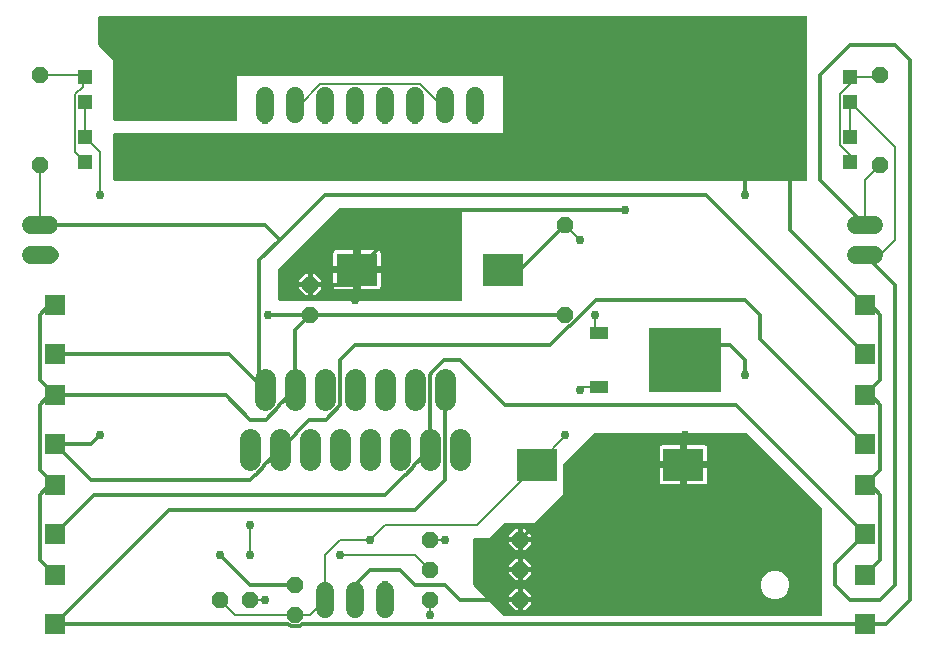
<source format=gbr>
G04 EAGLE Gerber RS-274X export*
G75*
%MOMM*%
%FSLAX34Y34*%
%LPD*%
%INTop Copper*%
%IPPOS*%
%AMOC8*
5,1,8,0,0,1.08239X$1,22.5*%
G01*
%ADD10P,1.429621X8X112.500000*%
%ADD11C,1.524000*%
%ADD12R,1.700000X1.800000*%
%ADD13C,1.800000*%
%ADD14R,6.200000X5.400000*%
%ADD15R,1.600000X1.000000*%
%ADD16R,1.200000X1.200000*%
%ADD17R,3.500000X2.800000*%
%ADD18P,1.429621X8X22.500000*%
%ADD19P,1.429621X8X202.500000*%
%ADD20C,0.152400*%
%ADD21C,0.304800*%
%ADD22C,0.756400*%

G36*
X673126Y417580D02*
X673126Y417580D01*
X673152Y417578D01*
X673299Y417600D01*
X673446Y417617D01*
X673471Y417625D01*
X673497Y417629D01*
X673635Y417684D01*
X673774Y417734D01*
X673796Y417748D01*
X673821Y417758D01*
X673942Y417843D01*
X674067Y417923D01*
X674085Y417942D01*
X674107Y417957D01*
X674206Y418067D01*
X674309Y418174D01*
X674323Y418196D01*
X674340Y418216D01*
X674412Y418346D01*
X674488Y418473D01*
X674496Y418498D01*
X674509Y418521D01*
X674549Y418664D01*
X674594Y418805D01*
X674596Y418831D01*
X674604Y418856D01*
X674623Y419100D01*
X674623Y556516D01*
X674620Y556542D01*
X674622Y556568D01*
X674600Y556715D01*
X674583Y556862D01*
X674575Y556887D01*
X674571Y556913D01*
X674516Y557051D01*
X674466Y557190D01*
X674452Y557212D01*
X674442Y557237D01*
X674357Y557358D01*
X674277Y557483D01*
X674258Y557501D01*
X674243Y557523D01*
X674133Y557622D01*
X674026Y557725D01*
X674004Y557739D01*
X673984Y557756D01*
X673854Y557828D01*
X673727Y557904D01*
X673702Y557912D01*
X673679Y557925D01*
X673536Y557965D01*
X673395Y558010D01*
X673369Y558012D01*
X673344Y558020D01*
X673100Y558039D01*
X76200Y558039D01*
X76174Y558036D01*
X76148Y558038D01*
X76001Y558016D01*
X75854Y557999D01*
X75829Y557991D01*
X75803Y557987D01*
X75665Y557932D01*
X75526Y557882D01*
X75504Y557868D01*
X75479Y557858D01*
X75358Y557773D01*
X75233Y557693D01*
X75215Y557674D01*
X75193Y557659D01*
X75094Y557549D01*
X74991Y557442D01*
X74977Y557420D01*
X74960Y557400D01*
X74888Y557270D01*
X74812Y557143D01*
X74804Y557118D01*
X74791Y557095D01*
X74751Y556952D01*
X74706Y556811D01*
X74704Y556785D01*
X74696Y556760D01*
X74677Y556516D01*
X74677Y533400D01*
X74691Y533274D01*
X74698Y533148D01*
X74711Y533102D01*
X74717Y533054D01*
X74759Y532935D01*
X74794Y532813D01*
X74818Y532771D01*
X74834Y532726D01*
X74903Y532619D01*
X74964Y532509D01*
X75004Y532463D01*
X75023Y532433D01*
X75058Y532399D01*
X75123Y532323D01*
X87377Y520069D01*
X87377Y469900D01*
X87380Y469874D01*
X87378Y469848D01*
X87400Y469701D01*
X87417Y469554D01*
X87425Y469529D01*
X87429Y469503D01*
X87484Y469365D01*
X87534Y469226D01*
X87548Y469204D01*
X87558Y469179D01*
X87643Y469058D01*
X87723Y468933D01*
X87742Y468915D01*
X87757Y468893D01*
X87867Y468794D01*
X87974Y468691D01*
X87996Y468677D01*
X88016Y468660D01*
X88146Y468588D01*
X88273Y468512D01*
X88298Y468504D01*
X88321Y468491D01*
X88464Y468451D01*
X88605Y468406D01*
X88631Y468404D01*
X88656Y468396D01*
X88900Y468377D01*
X190500Y468377D01*
X190526Y468380D01*
X190552Y468378D01*
X190699Y468400D01*
X190846Y468417D01*
X190871Y468425D01*
X190897Y468429D01*
X191035Y468484D01*
X191174Y468534D01*
X191196Y468548D01*
X191221Y468558D01*
X191342Y468643D01*
X191467Y468723D01*
X191485Y468742D01*
X191507Y468757D01*
X191606Y468867D01*
X191709Y468974D01*
X191723Y468996D01*
X191740Y469016D01*
X191812Y469146D01*
X191888Y469273D01*
X191896Y469298D01*
X191909Y469321D01*
X191949Y469464D01*
X191994Y469605D01*
X191996Y469631D01*
X192004Y469656D01*
X192023Y469900D01*
X192023Y506477D01*
X417577Y506477D01*
X417577Y458723D01*
X88900Y458723D01*
X88874Y458720D01*
X88848Y458722D01*
X88701Y458700D01*
X88554Y458683D01*
X88529Y458675D01*
X88503Y458671D01*
X88365Y458616D01*
X88226Y458566D01*
X88204Y458552D01*
X88179Y458542D01*
X88058Y458457D01*
X87933Y458377D01*
X87915Y458358D01*
X87893Y458343D01*
X87794Y458233D01*
X87691Y458126D01*
X87677Y458104D01*
X87660Y458084D01*
X87588Y457954D01*
X87512Y457827D01*
X87504Y457802D01*
X87491Y457779D01*
X87451Y457636D01*
X87406Y457495D01*
X87404Y457469D01*
X87396Y457444D01*
X87377Y457200D01*
X87377Y419100D01*
X87380Y419074D01*
X87378Y419048D01*
X87400Y418901D01*
X87417Y418754D01*
X87425Y418729D01*
X87429Y418703D01*
X87484Y418565D01*
X87534Y418426D01*
X87548Y418404D01*
X87558Y418379D01*
X87643Y418258D01*
X87723Y418133D01*
X87742Y418115D01*
X87757Y418093D01*
X87867Y417994D01*
X87974Y417891D01*
X87996Y417877D01*
X88016Y417860D01*
X88146Y417788D01*
X88273Y417712D01*
X88298Y417704D01*
X88321Y417691D01*
X88464Y417651D01*
X88605Y417606D01*
X88631Y417604D01*
X88656Y417596D01*
X88900Y417577D01*
X673100Y417577D01*
X673126Y417580D01*
G37*
G36*
X685826Y49280D02*
X685826Y49280D01*
X685852Y49278D01*
X685999Y49300D01*
X686146Y49317D01*
X686171Y49325D01*
X686197Y49329D01*
X686335Y49384D01*
X686474Y49434D01*
X686496Y49448D01*
X686521Y49458D01*
X686642Y49543D01*
X686767Y49623D01*
X686785Y49642D01*
X686807Y49657D01*
X686906Y49767D01*
X687009Y49874D01*
X687023Y49896D01*
X687040Y49916D01*
X687112Y50046D01*
X687188Y50173D01*
X687196Y50198D01*
X687209Y50221D01*
X687249Y50364D01*
X687294Y50505D01*
X687296Y50531D01*
X687304Y50556D01*
X687323Y50800D01*
X687323Y139700D01*
X687309Y139826D01*
X687302Y139952D01*
X687289Y139998D01*
X687283Y140046D01*
X687241Y140165D01*
X687206Y140287D01*
X687182Y140329D01*
X687166Y140374D01*
X687097Y140481D01*
X687036Y140591D01*
X686996Y140637D01*
X686977Y140667D01*
X686942Y140701D01*
X686877Y140777D01*
X623377Y204277D01*
X623278Y204356D01*
X623184Y204440D01*
X623142Y204464D01*
X623104Y204494D01*
X622990Y204548D01*
X622879Y204609D01*
X622833Y204622D01*
X622789Y204643D01*
X622666Y204669D01*
X622544Y204704D01*
X622483Y204709D01*
X622448Y204716D01*
X622400Y204715D01*
X622300Y204723D01*
X495300Y204723D01*
X495174Y204709D01*
X495048Y204702D01*
X495002Y204689D01*
X494954Y204683D01*
X494835Y204641D01*
X494713Y204606D01*
X494671Y204582D01*
X494626Y204566D01*
X494519Y204497D01*
X494409Y204436D01*
X494363Y204396D01*
X494333Y204377D01*
X494299Y204342D01*
X494223Y204277D01*
X468823Y178877D01*
X468744Y178778D01*
X468660Y178684D01*
X468636Y178642D01*
X468606Y178604D01*
X468552Y178490D01*
X468491Y178379D01*
X468478Y178333D01*
X468457Y178289D01*
X468431Y178166D01*
X468396Y178044D01*
X468392Y177983D01*
X468384Y177948D01*
X468385Y177900D01*
X468377Y177800D01*
X468377Y153031D01*
X443869Y128523D01*
X419100Y128523D01*
X418974Y128509D01*
X418848Y128502D01*
X418802Y128489D01*
X418754Y128483D01*
X418635Y128441D01*
X418513Y128406D01*
X418471Y128382D01*
X418426Y128366D01*
X418319Y128297D01*
X418209Y128236D01*
X418163Y128196D01*
X418133Y128177D01*
X418099Y128142D01*
X418098Y128141D01*
X418095Y128139D01*
X418092Y128136D01*
X418023Y128077D01*
X405769Y115823D01*
X393700Y115823D01*
X393674Y115820D01*
X393648Y115822D01*
X393501Y115800D01*
X393354Y115783D01*
X393329Y115775D01*
X393303Y115771D01*
X393165Y115716D01*
X393026Y115666D01*
X393004Y115652D01*
X392979Y115642D01*
X392858Y115557D01*
X392733Y115477D01*
X392715Y115458D01*
X392693Y115443D01*
X392594Y115333D01*
X392491Y115226D01*
X392477Y115204D01*
X392460Y115184D01*
X392388Y115054D01*
X392312Y114927D01*
X392304Y114902D01*
X392291Y114879D01*
X392251Y114736D01*
X392206Y114595D01*
X392204Y114569D01*
X392196Y114544D01*
X392177Y114300D01*
X392177Y76200D01*
X392191Y76074D01*
X392198Y75948D01*
X392211Y75902D01*
X392217Y75854D01*
X392259Y75735D01*
X392294Y75613D01*
X392318Y75571D01*
X392334Y75526D01*
X392403Y75419D01*
X392464Y75309D01*
X392504Y75263D01*
X392523Y75233D01*
X392558Y75199D01*
X392623Y75123D01*
X418023Y49723D01*
X418122Y49644D01*
X418216Y49560D01*
X418258Y49536D01*
X418296Y49506D01*
X418410Y49452D01*
X418521Y49391D01*
X418567Y49378D01*
X418611Y49357D01*
X418734Y49331D01*
X418856Y49296D01*
X418917Y49292D01*
X418952Y49284D01*
X419000Y49285D01*
X419100Y49277D01*
X685800Y49277D01*
X685826Y49280D01*
G37*
G36*
X381026Y315980D02*
X381026Y315980D01*
X381052Y315978D01*
X381199Y316000D01*
X381346Y316017D01*
X381371Y316025D01*
X381397Y316029D01*
X381535Y316084D01*
X381674Y316134D01*
X381696Y316148D01*
X381721Y316158D01*
X381842Y316243D01*
X381967Y316323D01*
X381985Y316342D01*
X382007Y316357D01*
X382106Y316467D01*
X382209Y316574D01*
X382223Y316596D01*
X382240Y316616D01*
X382312Y316746D01*
X382388Y316873D01*
X382396Y316898D01*
X382409Y316921D01*
X382449Y317064D01*
X382494Y317205D01*
X382496Y317231D01*
X382504Y317256D01*
X382523Y317500D01*
X382523Y393700D01*
X382522Y393711D01*
X382522Y393715D01*
X382520Y393728D01*
X382522Y393752D01*
X382500Y393899D01*
X382483Y394046D01*
X382475Y394071D01*
X382471Y394097D01*
X382416Y394235D01*
X382366Y394374D01*
X382352Y394396D01*
X382342Y394421D01*
X382257Y394542D01*
X382177Y394667D01*
X382158Y394685D01*
X382143Y394707D01*
X382033Y394806D01*
X381926Y394909D01*
X381904Y394923D01*
X381884Y394940D01*
X381754Y395012D01*
X381627Y395088D01*
X381602Y395096D01*
X381579Y395109D01*
X381436Y395149D01*
X381295Y395194D01*
X381269Y395196D01*
X381244Y395204D01*
X381000Y395223D01*
X279400Y395223D01*
X279274Y395209D01*
X279148Y395202D01*
X279102Y395189D01*
X279054Y395183D01*
X278935Y395141D01*
X278813Y395106D01*
X278771Y395082D01*
X278726Y395066D01*
X278619Y394997D01*
X278509Y394936D01*
X278463Y394896D01*
X278433Y394877D01*
X278399Y394842D01*
X278398Y394841D01*
X278395Y394839D01*
X278392Y394836D01*
X278323Y394777D01*
X227523Y343977D01*
X227444Y343878D01*
X227360Y343784D01*
X227336Y343742D01*
X227306Y343704D01*
X227252Y343590D01*
X227191Y343479D01*
X227178Y343433D01*
X227157Y343389D01*
X227131Y343266D01*
X227096Y343144D01*
X227092Y343083D01*
X227084Y343048D01*
X227085Y343000D01*
X227077Y342900D01*
X227077Y317500D01*
X227080Y317474D01*
X227078Y317448D01*
X227100Y317301D01*
X227117Y317154D01*
X227125Y317129D01*
X227129Y317103D01*
X227184Y316965D01*
X227234Y316826D01*
X227248Y316804D01*
X227258Y316779D01*
X227343Y316658D01*
X227423Y316533D01*
X227442Y316515D01*
X227457Y316493D01*
X227567Y316394D01*
X227674Y316291D01*
X227696Y316277D01*
X227716Y316260D01*
X227846Y316188D01*
X227973Y316112D01*
X227998Y316104D01*
X228021Y316091D01*
X228164Y316051D01*
X228305Y316006D01*
X228331Y316004D01*
X228356Y315996D01*
X228600Y315977D01*
X381000Y315977D01*
X381026Y315980D01*
G37*
%LPC*%
G36*
X645331Y64289D02*
X645331Y64289D01*
X640953Y66103D01*
X637603Y69453D01*
X635789Y73831D01*
X635789Y78569D01*
X637603Y82947D01*
X640953Y86297D01*
X645331Y88111D01*
X650069Y88111D01*
X654447Y86297D01*
X657797Y82947D01*
X659611Y78569D01*
X659611Y73831D01*
X657797Y69453D01*
X654447Y66103D01*
X650069Y64289D01*
X645331Y64289D01*
G37*
%LPD*%
%LPC*%
G36*
X296647Y345947D02*
X296647Y345947D01*
X296647Y359441D01*
X311435Y359441D01*
X312081Y359268D01*
X312660Y358933D01*
X313133Y358460D01*
X313468Y357881D01*
X313641Y357235D01*
X313641Y345947D01*
X296647Y345947D01*
G37*
%LPD*%
%LPC*%
G36*
X573047Y180847D02*
X573047Y180847D01*
X573047Y194341D01*
X587835Y194341D01*
X588481Y194168D01*
X589060Y193833D01*
X589533Y193360D01*
X589868Y192781D01*
X590041Y192135D01*
X590041Y180847D01*
X573047Y180847D01*
G37*
%LPD*%
%LPC*%
G36*
X273559Y345947D02*
X273559Y345947D01*
X273559Y357235D01*
X273732Y357881D01*
X274067Y358460D01*
X274540Y358933D01*
X275119Y359268D01*
X275765Y359441D01*
X290553Y359441D01*
X290553Y345947D01*
X273559Y345947D01*
G37*
%LPD*%
%LPC*%
G36*
X549959Y180847D02*
X549959Y180847D01*
X549959Y192135D01*
X550132Y192781D01*
X550467Y193360D01*
X550940Y193833D01*
X551519Y194168D01*
X552165Y194341D01*
X566953Y194341D01*
X566953Y180847D01*
X549959Y180847D01*
G37*
%LPD*%
%LPC*%
G36*
X573047Y161259D02*
X573047Y161259D01*
X573047Y174753D01*
X590041Y174753D01*
X590041Y163465D01*
X589868Y162819D01*
X589533Y162240D01*
X589060Y161767D01*
X588481Y161432D01*
X587835Y161259D01*
X573047Y161259D01*
G37*
%LPD*%
%LPC*%
G36*
X296647Y326359D02*
X296647Y326359D01*
X296647Y339853D01*
X313641Y339853D01*
X313641Y328565D01*
X313468Y327919D01*
X313133Y327340D01*
X312660Y326867D01*
X312081Y326532D01*
X311435Y326359D01*
X296647Y326359D01*
G37*
%LPD*%
%LPC*%
G36*
X275765Y326359D02*
X275765Y326359D01*
X275119Y326532D01*
X274540Y326867D01*
X274067Y327340D01*
X273732Y327919D01*
X273559Y328565D01*
X273559Y339853D01*
X290553Y339853D01*
X290553Y326359D01*
X275765Y326359D01*
G37*
%LPD*%
%LPC*%
G36*
X552165Y161259D02*
X552165Y161259D01*
X551519Y161432D01*
X550940Y161767D01*
X550467Y162240D01*
X550132Y162819D01*
X549959Y163465D01*
X549959Y174753D01*
X566953Y174753D01*
X566953Y161259D01*
X552165Y161259D01*
G37*
%LPD*%
%LPC*%
G36*
X256031Y332231D02*
X256031Y332231D01*
X256031Y339345D01*
X257788Y339345D01*
X263145Y333988D01*
X263145Y332231D01*
X256031Y332231D01*
G37*
%LPD*%
%LPC*%
G36*
X433831Y116331D02*
X433831Y116331D01*
X433831Y123445D01*
X435588Y123445D01*
X440945Y118088D01*
X440945Y116331D01*
X433831Y116331D01*
G37*
%LPD*%
%LPC*%
G36*
X433831Y90931D02*
X433831Y90931D01*
X433831Y98045D01*
X435588Y98045D01*
X440945Y92688D01*
X440945Y90931D01*
X433831Y90931D01*
G37*
%LPD*%
%LPC*%
G36*
X433831Y65531D02*
X433831Y65531D01*
X433831Y72645D01*
X435588Y72645D01*
X440945Y67288D01*
X440945Y65531D01*
X433831Y65531D01*
G37*
%LPD*%
%LPC*%
G36*
X422655Y116331D02*
X422655Y116331D01*
X422655Y118088D01*
X428012Y123445D01*
X429769Y123445D01*
X429769Y116331D01*
X422655Y116331D01*
G37*
%LPD*%
%LPC*%
G36*
X422655Y90931D02*
X422655Y90931D01*
X422655Y92688D01*
X428012Y98045D01*
X429769Y98045D01*
X429769Y90931D01*
X422655Y90931D01*
G37*
%LPD*%
%LPC*%
G36*
X422655Y65531D02*
X422655Y65531D01*
X422655Y67288D01*
X428012Y72645D01*
X429769Y72645D01*
X429769Y65531D01*
X422655Y65531D01*
G37*
%LPD*%
%LPC*%
G36*
X256031Y328169D02*
X256031Y328169D01*
X263145Y328169D01*
X263145Y326412D01*
X257788Y321055D01*
X256031Y321055D01*
X256031Y328169D01*
G37*
%LPD*%
%LPC*%
G36*
X244855Y332231D02*
X244855Y332231D01*
X244855Y333988D01*
X250212Y339345D01*
X251969Y339345D01*
X251969Y332231D01*
X244855Y332231D01*
G37*
%LPD*%
%LPC*%
G36*
X433831Y105155D02*
X433831Y105155D01*
X433831Y112269D01*
X440945Y112269D01*
X440945Y110512D01*
X435588Y105155D01*
X433831Y105155D01*
G37*
%LPD*%
%LPC*%
G36*
X433831Y79755D02*
X433831Y79755D01*
X433831Y86869D01*
X440945Y86869D01*
X440945Y85112D01*
X435588Y79755D01*
X433831Y79755D01*
G37*
%LPD*%
%LPC*%
G36*
X433831Y54355D02*
X433831Y54355D01*
X433831Y61469D01*
X440945Y61469D01*
X440945Y59712D01*
X435588Y54355D01*
X433831Y54355D01*
G37*
%LPD*%
%LPC*%
G36*
X250212Y321055D02*
X250212Y321055D01*
X244855Y326412D01*
X244855Y328169D01*
X251969Y328169D01*
X251969Y321055D01*
X250212Y321055D01*
G37*
%LPD*%
%LPC*%
G36*
X428012Y105155D02*
X428012Y105155D01*
X422655Y110512D01*
X422655Y112269D01*
X429769Y112269D01*
X429769Y105155D01*
X428012Y105155D01*
G37*
%LPD*%
%LPC*%
G36*
X428012Y79755D02*
X428012Y79755D01*
X422655Y85112D01*
X422655Y86869D01*
X429769Y86869D01*
X429769Y79755D01*
X428012Y79755D01*
G37*
%LPD*%
%LPC*%
G36*
X428012Y54355D02*
X428012Y54355D01*
X422655Y59712D01*
X422655Y61469D01*
X429769Y61469D01*
X429769Y54355D01*
X428012Y54355D01*
G37*
%LPD*%
%LPC*%
G36*
X293599Y342899D02*
X293599Y342899D01*
X293599Y342901D01*
X293601Y342901D01*
X293601Y342899D01*
X293599Y342899D01*
G37*
%LPD*%
%LPC*%
G36*
X569999Y177799D02*
X569999Y177799D01*
X569999Y177801D01*
X570001Y177801D01*
X570001Y177799D01*
X569999Y177799D01*
G37*
%LPD*%
D10*
X241300Y50800D03*
X241300Y76200D03*
X254000Y304800D03*
X254000Y330200D03*
D11*
X215900Y474980D02*
X215900Y490220D01*
X241300Y490220D02*
X241300Y474980D01*
X393700Y474980D02*
X393700Y490220D01*
X368300Y490220D02*
X368300Y474980D01*
D12*
X723900Y271600D03*
X723900Y312600D03*
X723900Y195400D03*
X723900Y236400D03*
X723900Y119200D03*
X723900Y160200D03*
X723900Y43000D03*
X723900Y84000D03*
D11*
X266700Y474980D02*
X266700Y490220D01*
X292100Y490220D02*
X292100Y474980D01*
X317500Y474980D02*
X317500Y490220D01*
X342900Y490220D02*
X342900Y474980D01*
D10*
X469900Y304800D03*
X469900Y381000D03*
D13*
X292100Y250300D02*
X292100Y232300D01*
X304800Y199500D02*
X304800Y181500D01*
X317500Y232300D02*
X317500Y250300D01*
X330200Y199500D02*
X330200Y181500D01*
X342900Y232300D02*
X342900Y250300D01*
X355600Y199500D02*
X355600Y181500D01*
X279400Y181500D02*
X279400Y199500D01*
X266700Y232300D02*
X266700Y250300D01*
X254000Y199500D02*
X254000Y181500D01*
X241300Y232300D02*
X241300Y250300D01*
X228600Y199500D02*
X228600Y181500D01*
X368300Y232300D02*
X368300Y250300D01*
X381000Y199500D02*
X381000Y181500D01*
X215900Y232300D02*
X215900Y250300D01*
X203200Y199500D02*
X203200Y181500D01*
D14*
X571100Y266700D03*
D15*
X498100Y289500D03*
X498100Y243900D03*
D16*
X63500Y455000D03*
X63500Y434000D03*
X63500Y505800D03*
X63500Y484800D03*
X711200Y455000D03*
X711200Y434000D03*
X711200Y505800D03*
X711200Y484800D03*
D11*
X33020Y381000D02*
X17780Y381000D01*
X17780Y355600D02*
X33020Y355600D01*
X716280Y355600D02*
X731520Y355600D01*
X731520Y381000D02*
X716280Y381000D01*
D10*
X25400Y431800D03*
X25400Y508000D03*
X736600Y431800D03*
X736600Y508000D03*
D17*
X417600Y342900D03*
X293600Y342900D03*
X446000Y177800D03*
X570000Y177800D03*
D18*
X177800Y63500D03*
X203200Y63500D03*
D19*
X431800Y63500D03*
X355600Y63500D03*
D11*
X266700Y55880D02*
X266700Y71120D01*
X292100Y71120D02*
X292100Y55880D01*
X317500Y55880D02*
X317500Y71120D01*
D18*
X355600Y88900D03*
X431800Y88900D03*
X355600Y114300D03*
X431800Y114300D03*
D12*
X38100Y271600D03*
X38100Y312600D03*
X38100Y195400D03*
X38100Y236400D03*
X38100Y119200D03*
X38100Y160200D03*
X38100Y43000D03*
X38100Y84000D03*
D20*
X241300Y482600D02*
X245071Y482600D01*
X364529Y482600D02*
X368300Y482600D01*
X262597Y500126D02*
X245071Y482600D01*
X347003Y500126D02*
X364529Y482600D01*
X347003Y500126D02*
X262597Y500126D01*
D21*
X723900Y84000D02*
X736600Y96700D01*
X736600Y152400D02*
X728800Y160200D01*
X723900Y160200D01*
X736600Y152400D02*
X736600Y96700D01*
X723900Y160200D02*
X736600Y172900D01*
X736600Y228600D02*
X728800Y236400D01*
X723900Y236400D01*
X736600Y228600D02*
X736600Y172900D01*
X723900Y236400D02*
X736600Y249100D01*
X736600Y304800D02*
X728800Y312600D01*
X723900Y312600D01*
X736600Y304800D02*
X736600Y249100D01*
X431800Y114300D02*
X431800Y88900D01*
X431800Y63500D01*
X292100Y241300D02*
X292100Y254000D01*
D22*
X292100Y254000D03*
X292100Y317500D03*
D21*
X292100Y330200D01*
X292100Y341400D01*
X293600Y342900D01*
X292100Y330200D02*
X254000Y330200D01*
X570000Y177800D02*
X571500Y179300D01*
X571500Y203200D01*
D22*
X571500Y203200D03*
X622300Y254000D03*
D21*
X622300Y266700D01*
X609600Y279400D01*
X571500Y279400D01*
X571100Y279000D01*
X571100Y266700D01*
D22*
X622300Y406400D03*
D21*
X622300Y444500D02*
X622300Y457200D01*
X622300Y444500D02*
X622300Y406400D01*
X660400Y376100D02*
X723900Y312600D01*
X660400Y376100D02*
X660400Y457200D01*
X647700Y469900D01*
X635000Y469900D01*
X622300Y457200D01*
X495300Y177800D02*
X431800Y114300D01*
X495300Y177800D02*
X571500Y177800D01*
X571500Y179300D01*
X241300Y76200D02*
X203200Y76200D01*
X177800Y101600D01*
D22*
X177800Y101600D03*
X508000Y63500D03*
D21*
X482600Y88900D01*
X431800Y88900D01*
X293600Y342900D02*
X344400Y393700D01*
X520700Y393700D01*
D22*
X520700Y393700D03*
X609600Y444500D03*
D21*
X622300Y444500D01*
X431800Y63500D02*
X381000Y63500D01*
X368300Y76200D01*
X342900Y76200D01*
X330200Y88900D01*
X304800Y88900D01*
X292100Y76200D01*
X292100Y63500D01*
X38100Y84000D02*
X25400Y96700D01*
X25400Y152400D01*
X33200Y160200D01*
X38100Y160200D01*
X25400Y172900D01*
X25400Y228600D02*
X33200Y236400D01*
X38100Y236400D01*
X25400Y228600D02*
X25400Y172900D01*
X38100Y236400D02*
X25400Y249100D01*
X25400Y304800D01*
X33200Y312600D01*
X38100Y312600D01*
X38100Y236400D02*
X182700Y236400D01*
X203200Y215900D01*
X227948Y227310D02*
X227948Y227948D01*
X241300Y241300D01*
X216539Y215900D02*
X203200Y215900D01*
X216539Y215900D02*
X227948Y227310D01*
X241300Y292100D02*
X254000Y304800D01*
X241300Y292100D02*
X241300Y241300D01*
X317500Y76200D02*
X317500Y63500D01*
D22*
X317500Y76200D03*
X217830Y304800D03*
D21*
X254000Y304800D01*
X469900Y304800D01*
D20*
X266700Y469900D02*
X266700Y482600D01*
D22*
X266700Y469900D03*
X254000Y203200D03*
D20*
X254000Y190500D01*
D22*
X292100Y469900D03*
D20*
X279400Y203200D02*
X279400Y190500D01*
D22*
X279400Y203200D03*
D20*
X292100Y469900D02*
X292100Y482600D01*
X317500Y482600D02*
X317500Y469900D01*
D22*
X317500Y469900D03*
X317500Y254000D03*
D20*
X317500Y241300D01*
X342900Y469900D02*
X342900Y482600D01*
D22*
X342900Y469900D03*
X342900Y254000D03*
D20*
X342900Y241300D01*
X342900Y101600D02*
X355600Y88900D01*
X342900Y101600D02*
X279400Y101600D01*
D22*
X279400Y101600D03*
X203200Y101600D03*
D20*
X203200Y127000D01*
D22*
X203200Y127000D03*
X203200Y177800D03*
D20*
X203200Y190500D01*
X355600Y114300D02*
X368300Y114300D01*
D22*
X368300Y114300D03*
X381000Y177800D03*
D20*
X381000Y190500D01*
X61300Y508000D02*
X25400Y508000D01*
X61300Y508000D02*
X63500Y505800D01*
X61300Y508000D02*
X61300Y497833D01*
X55214Y491747D01*
X58250Y439250D02*
X63500Y434000D01*
X58250Y439250D02*
X55214Y442286D01*
X55214Y491747D01*
X63500Y484800D02*
X63500Y455000D01*
D21*
X228600Y190500D02*
X215248Y177148D01*
X215248Y176510D01*
X208191Y169452D01*
X207552Y169452D01*
X203200Y165100D01*
X68400Y165100D02*
X38100Y195400D01*
X68400Y165100D02*
X203200Y165100D01*
X635000Y284300D02*
X635000Y304800D01*
X622300Y317500D01*
X473898Y295148D02*
X472948Y295148D01*
X473898Y295148D02*
X496250Y317500D01*
X457200Y279400D02*
X292100Y279400D01*
X279400Y266700D01*
X279400Y227962D02*
X267339Y215900D01*
X241952Y204491D02*
X241952Y203852D01*
X228600Y190500D01*
X496250Y317500D02*
X622300Y317500D01*
X472948Y295148D02*
X457200Y279400D01*
X279400Y266700D02*
X279400Y227962D01*
X267339Y215900D02*
X253362Y215900D01*
X241952Y204491D01*
D20*
X76200Y442300D02*
X63500Y455000D01*
X76200Y442300D02*
X76200Y406400D01*
D22*
X76200Y406400D03*
X38100Y355600D03*
D20*
X25400Y355600D01*
D21*
X38100Y195400D02*
X68400Y195400D01*
X76200Y203200D01*
D22*
X76200Y203200D03*
D21*
X635000Y284300D02*
X723900Y195400D01*
D20*
X734400Y505800D02*
X736600Y508000D01*
X734400Y505800D02*
X711200Y505800D01*
X711200Y439767D02*
X711200Y434000D01*
X711200Y500033D02*
X711200Y505800D01*
X702914Y448053D02*
X711200Y439767D01*
X702914Y491747D02*
X711200Y500033D01*
X702914Y491747D02*
X702914Y448053D01*
D21*
X469900Y381000D02*
X431800Y342900D01*
X417600Y342900D01*
D20*
X495300Y292300D02*
X498100Y289500D01*
X495300Y292300D02*
X495300Y304800D01*
D22*
X495300Y304800D03*
X482600Y368300D03*
D20*
X469900Y381000D01*
X266700Y63500D02*
X254000Y50800D01*
X241300Y50800D01*
X190500Y50800D01*
X177800Y63500D01*
X266700Y63500D02*
X266700Y101600D01*
X279400Y114300D02*
X304800Y114300D01*
X279400Y114300D02*
X266700Y101600D01*
D22*
X304800Y114300D03*
D20*
X317500Y127000D01*
X395200Y127000D02*
X446000Y177800D01*
X395200Y127000D02*
X317500Y127000D01*
X446000Y177800D02*
X469900Y201700D01*
X469900Y203200D01*
D22*
X469900Y203200D03*
X482600Y241300D03*
D20*
X485200Y243900D01*
X498100Y243900D01*
X215900Y63500D02*
X203200Y63500D01*
D22*
X215900Y63500D03*
X355600Y50800D03*
D20*
X355600Y63500D01*
X215900Y469900D02*
X215900Y482600D01*
D22*
X215900Y469900D03*
X266700Y254000D03*
D20*
X266700Y241300D01*
X393700Y469900D02*
X393700Y482600D01*
D22*
X393700Y469900D03*
D20*
X25400Y431800D02*
X25400Y381000D01*
D21*
X38100Y271600D02*
X185600Y271600D01*
X211000Y246200D02*
X215900Y241300D01*
X211000Y246200D02*
X185600Y271600D01*
X589100Y406400D02*
X723900Y271600D01*
X589100Y406400D02*
X266700Y406400D01*
X228600Y368300D01*
X211000Y350700D01*
X211000Y246200D01*
X228600Y368300D02*
X215900Y381000D01*
X25400Y381000D01*
D20*
X711200Y455000D02*
X711200Y484800D01*
X749300Y446700D01*
X749300Y368300D02*
X736600Y355600D01*
X723900Y355600D01*
X749300Y368300D02*
X749300Y446700D01*
D21*
X355600Y190500D02*
X342248Y177148D01*
X342248Y176510D01*
X335191Y169452D01*
X334552Y169452D01*
X317500Y152400D01*
X71300Y152400D02*
X38100Y119200D01*
X71300Y152400D02*
X317500Y152400D01*
X614500Y228600D02*
X723900Y119200D01*
X419100Y228600D02*
X381000Y266700D01*
X356252Y255291D02*
X356252Y254652D01*
X355600Y254000D01*
X355600Y190500D01*
X419100Y228600D02*
X614500Y228600D01*
X381000Y266700D02*
X367662Y266700D01*
X356252Y255291D01*
X723900Y355600D02*
X749300Y330200D01*
X749300Y76200D01*
X736600Y63500D01*
X711200Y63500D01*
X698500Y76200D01*
X698500Y93800D01*
X723900Y119200D01*
D20*
X723900Y419100D02*
X736600Y431800D01*
X723900Y419100D02*
X723900Y381000D01*
D21*
X134800Y139700D02*
X38100Y43000D01*
X342900Y139700D02*
X368300Y165100D01*
X368300Y241300D01*
X342900Y139700D02*
X134800Y139700D01*
X38100Y43000D02*
X235450Y43000D01*
X237302Y41148D01*
X245298Y41148D01*
X247150Y43000D01*
X685800Y419100D02*
X723900Y381000D01*
X685800Y419100D02*
X685800Y508000D01*
X711200Y533400D01*
X749300Y533400D01*
X762000Y520700D01*
X762000Y63500D01*
X741500Y43000D01*
X723900Y43000D01*
X247150Y43000D01*
M02*

</source>
